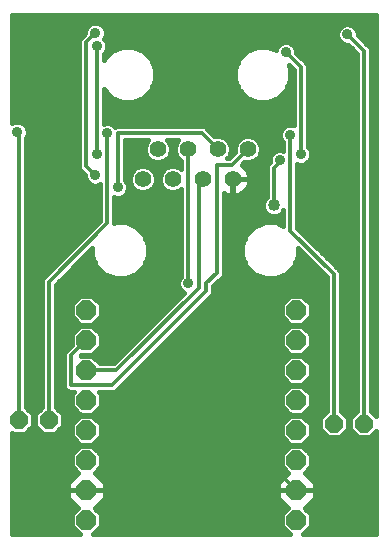
<source format=gbl>
G75*
%MOIN*%
%OFA0B0*%
%FSLAX24Y24*%
%IPPOS*%
%LPD*%
%AMOC8*
5,1,8,0,0,1.08239X$1,22.5*
%
%ADD10C,0.0554*%
%ADD11OC8,0.0594*%
%ADD12OC8,0.0660*%
%ADD13C,0.0160*%
%ADD14C,0.0140*%
%ADD15C,0.0360*%
%ADD16C,0.0400*%
D10*
X004816Y013000D03*
X005816Y013000D03*
X006816Y013000D03*
X007816Y013000D03*
X008316Y014000D03*
X007316Y014000D03*
X006316Y014000D03*
X005316Y014000D03*
D11*
X001691Y004975D03*
X000691Y004975D03*
X011191Y004850D03*
X012191Y004850D03*
D12*
X009941Y004625D03*
X009941Y003625D03*
X009941Y002625D03*
X009941Y001625D03*
X002941Y001625D03*
X002941Y002625D03*
X002941Y003625D03*
X002941Y004625D03*
X002941Y005625D03*
X002941Y006625D03*
X002941Y007625D03*
X002941Y008625D03*
X009941Y008625D03*
X009941Y007625D03*
X009941Y006625D03*
X009941Y005625D03*
D13*
X000471Y004549D02*
X000471Y001155D01*
X002718Y001155D01*
X002451Y001422D01*
X002451Y001828D01*
X002663Y002040D01*
X002331Y002372D01*
X002331Y002625D01*
X002941Y002625D01*
X003551Y002625D01*
X003551Y002878D01*
X003219Y003210D01*
X003431Y003422D01*
X003431Y003828D01*
X003144Y004115D01*
X002738Y004115D01*
X002451Y003828D01*
X002451Y003422D01*
X002663Y003210D01*
X002331Y002878D01*
X002331Y002625D01*
X002941Y002625D01*
X002941Y002625D01*
X003551Y002625D01*
X003551Y002372D01*
X003219Y002040D01*
X003431Y001828D01*
X003431Y001422D01*
X003164Y001155D01*
X009718Y001155D01*
X009451Y001422D01*
X009451Y001828D01*
X009663Y002040D01*
X009331Y002372D01*
X009331Y002625D01*
X009941Y002625D01*
X010551Y002625D01*
X010551Y002878D01*
X010219Y003210D01*
X010431Y003422D01*
X010431Y003828D01*
X010144Y004115D01*
X009738Y004115D01*
X009451Y003828D01*
X009451Y003422D01*
X009663Y003210D01*
X009331Y002878D01*
X009331Y002625D01*
X009941Y002625D01*
X009941Y002625D01*
X010551Y002625D01*
X010551Y002372D01*
X010219Y002040D01*
X010431Y001828D01*
X010431Y001422D01*
X010164Y001155D01*
X012597Y001155D01*
X012597Y004610D01*
X012380Y004393D01*
X012002Y004393D01*
X011734Y004661D01*
X011734Y005039D01*
X011961Y005266D01*
X011961Y017180D01*
X011656Y017485D01*
X011573Y017485D01*
X011448Y017537D01*
X011353Y017632D01*
X011301Y017757D01*
X011301Y017893D01*
X011353Y018018D01*
X011448Y018113D01*
X011573Y018165D01*
X011708Y018165D01*
X011833Y018113D01*
X011929Y018018D01*
X011981Y017893D01*
X011981Y017810D01*
X012286Y017505D01*
X012421Y017370D01*
X012421Y005266D01*
X012597Y005090D01*
X012597Y018456D01*
X000471Y018456D01*
X000471Y014873D01*
X000573Y014915D01*
X000708Y014915D01*
X000833Y014863D01*
X000929Y014768D01*
X000981Y014643D01*
X000981Y014507D01*
X000929Y014382D01*
X000921Y014374D01*
X000921Y005391D01*
X001148Y005164D01*
X001148Y004786D01*
X000880Y004518D01*
X000502Y004518D01*
X000471Y004549D01*
X000471Y004521D02*
X000499Y004521D01*
X000471Y004362D02*
X002511Y004362D01*
X002451Y004422D02*
X002738Y004135D01*
X003144Y004135D01*
X003431Y004422D01*
X003431Y004828D01*
X003144Y005115D01*
X002738Y005115D01*
X002451Y004828D01*
X002451Y004422D01*
X002451Y004521D02*
X001882Y004521D01*
X001880Y004518D02*
X002148Y004786D01*
X002148Y005164D01*
X001921Y005391D01*
X001921Y009480D01*
X003136Y010695D01*
X003136Y010440D01*
X003277Y010098D01*
X003539Y009837D01*
X003881Y009695D01*
X004251Y009695D01*
X004593Y009837D01*
X004854Y010098D01*
X004996Y010440D01*
X004996Y010810D01*
X004854Y011152D01*
X004593Y011413D01*
X004251Y011555D01*
X003881Y011555D01*
X003871Y011551D01*
X003871Y012407D01*
X003923Y012385D01*
X004058Y012385D01*
X004183Y012437D01*
X004279Y012532D01*
X004331Y012657D01*
X004331Y012793D01*
X004279Y012918D01*
X004221Y012976D01*
X004221Y014295D01*
X004993Y014295D01*
X004945Y014248D01*
X004879Y014087D01*
X004879Y013913D01*
X004945Y013752D01*
X005068Y013629D01*
X005229Y013563D01*
X005403Y013563D01*
X005563Y013629D01*
X005686Y013752D01*
X005753Y013913D01*
X005753Y014087D01*
X005686Y014248D01*
X005639Y014295D01*
X005993Y014295D01*
X005945Y014248D01*
X005879Y014087D01*
X005879Y013913D01*
X005945Y013752D01*
X006068Y013629D01*
X006111Y013612D01*
X006111Y013323D01*
X006063Y013371D01*
X005903Y013437D01*
X005729Y013437D01*
X005568Y013371D01*
X005445Y013248D01*
X005379Y013087D01*
X005379Y012913D01*
X005445Y012752D01*
X005568Y012629D01*
X005729Y012563D01*
X005903Y012563D01*
X006063Y012629D01*
X006111Y012677D01*
X006111Y009776D01*
X006053Y009718D01*
X006001Y009593D01*
X006001Y009457D01*
X006053Y009332D01*
X006148Y009237D01*
X006204Y009214D01*
X003846Y006855D01*
X003404Y006855D01*
X003144Y007115D01*
X002756Y007115D01*
X002776Y007135D01*
X003144Y007135D01*
X003431Y007422D01*
X003431Y007828D01*
X003144Y008115D01*
X002738Y008115D01*
X002451Y007828D01*
X002451Y007460D01*
X002211Y007220D01*
X002211Y006030D01*
X002346Y005895D01*
X002518Y005895D01*
X002451Y005828D01*
X002451Y005422D01*
X002738Y005135D01*
X003144Y005135D01*
X003431Y005422D01*
X003431Y005828D01*
X003364Y005895D01*
X003886Y005895D01*
X004021Y006030D01*
X007171Y009180D01*
X007171Y009430D01*
X007521Y009780D01*
X007521Y012526D01*
X007524Y012523D01*
X007602Y012484D01*
X007685Y012457D01*
X007772Y012443D01*
X007807Y012443D01*
X007807Y012991D01*
X007824Y012991D01*
X007824Y012443D01*
X007860Y012443D01*
X007946Y012457D01*
X008030Y012484D01*
X008108Y012523D01*
X008179Y012575D01*
X008241Y012637D01*
X008292Y012708D01*
X008332Y012786D01*
X008359Y012870D01*
X008373Y012956D01*
X008373Y012991D01*
X007824Y012991D01*
X007824Y013009D01*
X008373Y013009D01*
X008373Y013044D01*
X008359Y013130D01*
X008332Y013214D01*
X008292Y013292D01*
X008241Y013363D01*
X008179Y013425D01*
X008113Y013472D01*
X008211Y013570D01*
X008229Y013563D01*
X008403Y013563D01*
X008563Y013629D01*
X008686Y013752D01*
X008753Y013913D01*
X008753Y014087D01*
X008686Y014248D01*
X008563Y014371D01*
X008403Y014437D01*
X008229Y014437D01*
X008068Y014371D01*
X007945Y014248D01*
X007879Y014087D01*
X007879Y013913D01*
X007886Y013895D01*
X007696Y013705D01*
X007639Y013705D01*
X007686Y013752D01*
X007753Y013913D01*
X007753Y014087D01*
X007686Y014248D01*
X007563Y014371D01*
X007403Y014437D01*
X007229Y014437D01*
X007211Y014430D01*
X007021Y014620D01*
X006886Y014755D01*
X003896Y014755D01*
X003894Y014753D01*
X003833Y014813D01*
X003708Y014865D01*
X003573Y014865D01*
X003521Y014843D01*
X003521Y016015D01*
X003536Y015979D01*
X003795Y015720D01*
X004133Y015580D01*
X004499Y015580D01*
X004837Y015720D01*
X005096Y015979D01*
X005236Y016317D01*
X005236Y016683D01*
X005096Y017021D01*
X004837Y017280D01*
X004499Y017420D01*
X004133Y017420D01*
X003795Y017280D01*
X003536Y017021D01*
X003521Y016985D01*
X003521Y017174D01*
X003579Y017232D01*
X003631Y017357D01*
X003631Y017493D01*
X003579Y017618D01*
X003522Y017675D01*
X003529Y017682D01*
X003581Y017807D01*
X003581Y017943D01*
X003529Y018068D01*
X003433Y018163D01*
X003308Y018215D01*
X003173Y018215D01*
X003048Y018163D01*
X002953Y018068D01*
X002901Y017943D01*
X002901Y017860D01*
X002846Y017805D01*
X002711Y017670D01*
X002711Y013330D01*
X002901Y013140D01*
X002901Y013057D01*
X002953Y012932D01*
X003048Y012837D01*
X003173Y012785D01*
X003308Y012785D01*
X003411Y012827D01*
X003411Y011620D01*
X001596Y009805D01*
X001461Y009670D01*
X001461Y005391D01*
X001234Y005164D01*
X001234Y004786D01*
X001502Y004518D01*
X001880Y004518D01*
X002041Y004679D02*
X002451Y004679D01*
X002460Y004838D02*
X002148Y004838D01*
X002148Y004996D02*
X002619Y004996D01*
X002718Y005155D02*
X002148Y005155D01*
X001999Y005313D02*
X002560Y005313D01*
X002451Y005472D02*
X001921Y005472D01*
X001921Y005630D02*
X002451Y005630D01*
X002451Y005789D02*
X001921Y005789D01*
X001921Y005947D02*
X002294Y005947D01*
X002211Y006106D02*
X001921Y006106D01*
X001921Y006264D02*
X002211Y006264D01*
X002211Y006423D02*
X001921Y006423D01*
X001921Y006581D02*
X002211Y006581D01*
X002211Y006740D02*
X001921Y006740D01*
X001921Y006898D02*
X002211Y006898D01*
X002211Y007057D02*
X001921Y007057D01*
X001921Y007215D02*
X002211Y007215D01*
X002364Y007374D02*
X001921Y007374D01*
X001921Y007532D02*
X002451Y007532D01*
X002451Y007691D02*
X001921Y007691D01*
X001921Y007849D02*
X002472Y007849D01*
X002630Y008008D02*
X001921Y008008D01*
X001921Y008166D02*
X002707Y008166D01*
X002738Y008135D02*
X003144Y008135D01*
X003431Y008422D01*
X003431Y008828D01*
X003144Y009115D01*
X002738Y009115D01*
X002451Y008828D01*
X002451Y008422D01*
X002738Y008135D01*
X002548Y008325D02*
X001921Y008325D01*
X001921Y008483D02*
X002451Y008483D01*
X002451Y008642D02*
X001921Y008642D01*
X001921Y008800D02*
X002451Y008800D01*
X002581Y008959D02*
X001921Y008959D01*
X001921Y009117D02*
X006108Y009117D01*
X006109Y009276D02*
X001921Y009276D01*
X001921Y009434D02*
X006010Y009434D01*
X006001Y009593D02*
X002034Y009593D01*
X002192Y009751D02*
X003746Y009751D01*
X003466Y009910D02*
X002351Y009910D01*
X002509Y010068D02*
X003308Y010068D01*
X003224Y010227D02*
X002668Y010227D01*
X002826Y010385D02*
X003159Y010385D01*
X003136Y010544D02*
X002985Y010544D01*
X002651Y010861D02*
X000921Y010861D01*
X000921Y011019D02*
X002810Y011019D01*
X002968Y011178D02*
X000921Y011178D01*
X000921Y011336D02*
X003127Y011336D01*
X003285Y011495D02*
X000921Y011495D01*
X000921Y011653D02*
X003411Y011653D01*
X003411Y011812D02*
X000921Y011812D01*
X000921Y011970D02*
X003411Y011970D01*
X003411Y012129D02*
X000921Y012129D01*
X000921Y012287D02*
X003411Y012287D01*
X003411Y012446D02*
X000921Y012446D01*
X000921Y012604D02*
X003411Y012604D01*
X003411Y012763D02*
X000921Y012763D01*
X000921Y012921D02*
X002964Y012921D01*
X002901Y013080D02*
X000921Y013080D01*
X000921Y013238D02*
X002802Y013238D01*
X002711Y013397D02*
X000921Y013397D01*
X000921Y013555D02*
X002711Y013555D01*
X002711Y013714D02*
X000921Y013714D01*
X000921Y013872D02*
X002711Y013872D01*
X002711Y014031D02*
X000921Y014031D01*
X000921Y014189D02*
X002711Y014189D01*
X002711Y014348D02*
X000921Y014348D01*
X000980Y014506D02*
X002711Y014506D01*
X002711Y014665D02*
X000972Y014665D01*
X000874Y014823D02*
X002711Y014823D01*
X002711Y014982D02*
X000471Y014982D01*
X000471Y015140D02*
X002711Y015140D01*
X002711Y015299D02*
X000471Y015299D01*
X000471Y015457D02*
X002711Y015457D01*
X002711Y015616D02*
X000471Y015616D01*
X000471Y015774D02*
X002711Y015774D01*
X002711Y015933D02*
X000471Y015933D01*
X000471Y016091D02*
X002711Y016091D01*
X002711Y016250D02*
X000471Y016250D01*
X000471Y016408D02*
X002711Y016408D01*
X002711Y016567D02*
X000471Y016567D01*
X000471Y016725D02*
X002711Y016725D01*
X002711Y016884D02*
X000471Y016884D01*
X000471Y017042D02*
X002711Y017042D01*
X002711Y017201D02*
X000471Y017201D01*
X000471Y017359D02*
X002711Y017359D01*
X002711Y017518D02*
X000471Y017518D01*
X000471Y017676D02*
X002717Y017676D01*
X002875Y017835D02*
X000471Y017835D01*
X000471Y017993D02*
X002922Y017993D01*
X003036Y018152D02*
X000471Y018152D01*
X000471Y018310D02*
X012597Y018310D01*
X012597Y018152D02*
X011741Y018152D01*
X011541Y018152D02*
X003445Y018152D01*
X003560Y017993D02*
X011342Y017993D01*
X011301Y017835D02*
X003581Y017835D01*
X003523Y017676D02*
X011334Y017676D01*
X011495Y017518D02*
X009773Y017518D01*
X009783Y017513D02*
X009658Y017565D01*
X009523Y017565D01*
X009398Y017513D01*
X009303Y017418D01*
X009259Y017312D01*
X008999Y017420D01*
X008633Y017420D01*
X008295Y017280D01*
X008036Y017021D01*
X007896Y016683D01*
X007896Y016317D01*
X008036Y015979D01*
X008295Y015720D01*
X008633Y015580D01*
X008999Y015580D01*
X009337Y015720D01*
X009596Y015979D01*
X009736Y016317D01*
X009736Y016683D01*
X009685Y016805D01*
X009861Y016630D01*
X009861Y014793D01*
X009808Y014815D01*
X009673Y014815D01*
X009548Y014763D01*
X009453Y014668D01*
X009401Y014543D01*
X009401Y014407D01*
X009453Y014282D01*
X009511Y014224D01*
X009511Y013943D01*
X009458Y013965D01*
X009323Y013965D01*
X009198Y013913D01*
X009103Y013818D01*
X009051Y013693D01*
X009051Y013560D01*
X008961Y013470D01*
X008961Y012404D01*
X008886Y012329D01*
X008831Y012197D01*
X008831Y012053D01*
X008886Y011921D01*
X008987Y011820D01*
X009119Y011765D01*
X009262Y011765D01*
X009395Y011820D01*
X009496Y011921D01*
X009511Y011957D01*
X009511Y011447D01*
X009251Y011555D01*
X008881Y011555D01*
X008539Y011413D01*
X008277Y011152D01*
X008136Y010810D01*
X008136Y010440D01*
X008277Y010098D01*
X008539Y009837D01*
X008881Y009695D01*
X009251Y009695D01*
X009593Y009837D01*
X009854Y010098D01*
X009996Y010440D01*
X009996Y010695D01*
X010961Y009730D01*
X010961Y005266D01*
X010734Y005039D01*
X010734Y004661D01*
X011002Y004393D01*
X011380Y004393D01*
X011648Y004661D01*
X011648Y005039D01*
X011421Y005266D01*
X011421Y009920D01*
X011286Y010055D01*
X009971Y011370D01*
X009971Y013507D01*
X010023Y013485D01*
X010158Y013485D01*
X010283Y013537D01*
X010379Y013632D01*
X010431Y013757D01*
X010431Y013893D01*
X010379Y014018D01*
X010321Y014076D01*
X010321Y016820D01*
X010186Y016955D01*
X009931Y017210D01*
X009931Y017293D01*
X009879Y017418D01*
X009783Y017513D01*
X009903Y017359D02*
X011781Y017359D01*
X011940Y017201D02*
X009941Y017201D01*
X010099Y017042D02*
X011961Y017042D01*
X011961Y016884D02*
X010258Y016884D01*
X010321Y016725D02*
X011961Y016725D01*
X011961Y016567D02*
X010321Y016567D01*
X010321Y016408D02*
X011961Y016408D01*
X011961Y016250D02*
X010321Y016250D01*
X010321Y016091D02*
X011961Y016091D01*
X011961Y015933D02*
X010321Y015933D01*
X010321Y015774D02*
X011961Y015774D01*
X011961Y015616D02*
X010321Y015616D01*
X010321Y015457D02*
X011961Y015457D01*
X011961Y015299D02*
X010321Y015299D01*
X010321Y015140D02*
X011961Y015140D01*
X011961Y014982D02*
X010321Y014982D01*
X010321Y014823D02*
X011961Y014823D01*
X011961Y014665D02*
X010321Y014665D01*
X010321Y014506D02*
X011961Y014506D01*
X011961Y014348D02*
X010321Y014348D01*
X010321Y014189D02*
X011961Y014189D01*
X011961Y014031D02*
X010366Y014031D01*
X010431Y013872D02*
X011961Y013872D01*
X011961Y013714D02*
X010413Y013714D01*
X010302Y013555D02*
X011961Y013555D01*
X011961Y013397D02*
X009971Y013397D01*
X009971Y013238D02*
X011961Y013238D01*
X011961Y013080D02*
X009971Y013080D01*
X009971Y012921D02*
X011961Y012921D01*
X011961Y012763D02*
X009971Y012763D01*
X009971Y012604D02*
X011961Y012604D01*
X011961Y012446D02*
X009971Y012446D01*
X009971Y012287D02*
X011961Y012287D01*
X011961Y012129D02*
X009971Y012129D01*
X009971Y011970D02*
X011961Y011970D01*
X011961Y011812D02*
X009971Y011812D01*
X009971Y011653D02*
X011961Y011653D01*
X011961Y011495D02*
X009971Y011495D01*
X010005Y011336D02*
X011961Y011336D01*
X011961Y011178D02*
X010164Y011178D01*
X010322Y011019D02*
X011961Y011019D01*
X011961Y010861D02*
X010481Y010861D01*
X010639Y010702D02*
X011961Y010702D01*
X011961Y010544D02*
X010798Y010544D01*
X010956Y010385D02*
X011961Y010385D01*
X011961Y010227D02*
X011115Y010227D01*
X011273Y010068D02*
X011961Y010068D01*
X011961Y009910D02*
X011421Y009910D01*
X011421Y009751D02*
X011961Y009751D01*
X011961Y009593D02*
X011421Y009593D01*
X011421Y009434D02*
X011961Y009434D01*
X011961Y009276D02*
X011421Y009276D01*
X011421Y009117D02*
X011961Y009117D01*
X011961Y008959D02*
X011421Y008959D01*
X011421Y008800D02*
X011961Y008800D01*
X011961Y008642D02*
X011421Y008642D01*
X011421Y008483D02*
X011961Y008483D01*
X011961Y008325D02*
X011421Y008325D01*
X011421Y008166D02*
X011961Y008166D01*
X011961Y008008D02*
X011421Y008008D01*
X011421Y007849D02*
X011961Y007849D01*
X011961Y007691D02*
X011421Y007691D01*
X011421Y007532D02*
X011961Y007532D01*
X011961Y007374D02*
X011421Y007374D01*
X011421Y007215D02*
X011961Y007215D01*
X011961Y007057D02*
X011421Y007057D01*
X011421Y006898D02*
X011961Y006898D01*
X011961Y006740D02*
X011421Y006740D01*
X011421Y006581D02*
X011961Y006581D01*
X011961Y006423D02*
X011421Y006423D01*
X011421Y006264D02*
X011961Y006264D01*
X011961Y006106D02*
X011421Y006106D01*
X011421Y005947D02*
X011961Y005947D01*
X011961Y005789D02*
X011421Y005789D01*
X011421Y005630D02*
X011961Y005630D01*
X011961Y005472D02*
X011421Y005472D01*
X011421Y005313D02*
X011961Y005313D01*
X011849Y005155D02*
X011532Y005155D01*
X011648Y004996D02*
X011734Y004996D01*
X011734Y004838D02*
X011648Y004838D01*
X011648Y004679D02*
X011734Y004679D01*
X011874Y004521D02*
X011507Y004521D01*
X010874Y004521D02*
X010431Y004521D01*
X010431Y004422D02*
X010144Y004135D01*
X009738Y004135D01*
X009451Y004422D01*
X009451Y004828D01*
X009738Y005115D01*
X010144Y005115D01*
X010431Y004828D01*
X010431Y004422D01*
X010371Y004362D02*
X012597Y004362D01*
X012597Y004204D02*
X010212Y004204D01*
X010214Y004045D02*
X012597Y004045D01*
X012597Y003887D02*
X010372Y003887D01*
X010431Y003728D02*
X012597Y003728D01*
X012597Y003570D02*
X010431Y003570D01*
X010420Y003411D02*
X012597Y003411D01*
X012597Y003253D02*
X010261Y003253D01*
X010334Y003094D02*
X012597Y003094D01*
X012597Y002936D02*
X010493Y002936D01*
X010551Y002777D02*
X012597Y002777D01*
X012597Y002619D02*
X010551Y002619D01*
X010551Y002460D02*
X012597Y002460D01*
X012597Y002302D02*
X010480Y002302D01*
X010321Y002143D02*
X012597Y002143D01*
X012597Y001985D02*
X010274Y001985D01*
X010431Y001826D02*
X012597Y001826D01*
X012597Y001668D02*
X010431Y001668D01*
X010431Y001509D02*
X012597Y001509D01*
X012597Y001351D02*
X010359Y001351D01*
X010201Y001192D02*
X012597Y001192D01*
X009941Y002625D02*
X009941Y002625D01*
X009331Y002619D02*
X003551Y002619D01*
X003551Y002777D02*
X009331Y002777D01*
X009389Y002936D02*
X003493Y002936D01*
X003334Y003094D02*
X009547Y003094D01*
X009620Y003253D02*
X003261Y003253D01*
X003420Y003411D02*
X009462Y003411D01*
X009451Y003570D02*
X003431Y003570D01*
X003431Y003728D02*
X009451Y003728D01*
X009509Y003887D02*
X003372Y003887D01*
X003214Y004045D02*
X009668Y004045D01*
X009669Y004204D02*
X003212Y004204D01*
X003371Y004362D02*
X009511Y004362D01*
X009451Y004521D02*
X003431Y004521D01*
X003431Y004679D02*
X009451Y004679D01*
X009460Y004838D02*
X003421Y004838D01*
X003263Y004996D02*
X009619Y004996D01*
X009738Y005135D02*
X010144Y005135D01*
X010431Y005422D01*
X010431Y005828D01*
X010144Y006115D01*
X009738Y006115D01*
X009451Y005828D01*
X009451Y005422D01*
X009738Y005135D01*
X009718Y005155D02*
X003163Y005155D01*
X003322Y005313D02*
X009560Y005313D01*
X009451Y005472D02*
X003431Y005472D01*
X003431Y005630D02*
X009451Y005630D01*
X009451Y005789D02*
X003431Y005789D01*
X003938Y005947D02*
X009570Y005947D01*
X009728Y006106D02*
X004097Y006106D01*
X004255Y006264D02*
X009609Y006264D01*
X009738Y006135D02*
X010144Y006135D01*
X010431Y006422D01*
X010431Y006828D01*
X010144Y007115D01*
X009738Y007115D01*
X009451Y006828D01*
X009451Y006422D01*
X009738Y006135D01*
X009451Y006423D02*
X004414Y006423D01*
X004572Y006581D02*
X009451Y006581D01*
X009451Y006740D02*
X004731Y006740D01*
X004889Y006898D02*
X009521Y006898D01*
X009679Y007057D02*
X005048Y007057D01*
X005206Y007215D02*
X009658Y007215D01*
X009738Y007135D02*
X010144Y007135D01*
X010431Y007422D01*
X010431Y007828D01*
X010144Y008115D01*
X009738Y008115D01*
X009451Y007828D01*
X009451Y007422D01*
X009738Y007135D01*
X009499Y007374D02*
X005365Y007374D01*
X005523Y007532D02*
X009451Y007532D01*
X009451Y007691D02*
X005682Y007691D01*
X005840Y007849D02*
X009472Y007849D01*
X009630Y008008D02*
X005999Y008008D01*
X006157Y008166D02*
X009707Y008166D01*
X009738Y008135D02*
X010144Y008135D01*
X010431Y008422D01*
X010431Y008828D01*
X010144Y009115D01*
X009738Y009115D01*
X009451Y008828D01*
X009451Y008422D01*
X009738Y008135D01*
X009548Y008325D02*
X006316Y008325D01*
X006474Y008483D02*
X009451Y008483D01*
X009451Y008642D02*
X006633Y008642D01*
X006791Y008800D02*
X009451Y008800D01*
X009581Y008959D02*
X006950Y008959D01*
X007108Y009117D02*
X010961Y009117D01*
X010961Y008959D02*
X010300Y008959D01*
X010431Y008800D02*
X010961Y008800D01*
X010961Y008642D02*
X010431Y008642D01*
X010431Y008483D02*
X010961Y008483D01*
X010961Y008325D02*
X010333Y008325D01*
X010175Y008166D02*
X010961Y008166D01*
X010961Y008008D02*
X010251Y008008D01*
X010410Y007849D02*
X010961Y007849D01*
X010961Y007691D02*
X010431Y007691D01*
X010431Y007532D02*
X010961Y007532D01*
X010961Y007374D02*
X010382Y007374D01*
X010224Y007215D02*
X010961Y007215D01*
X010961Y007057D02*
X010202Y007057D01*
X010361Y006898D02*
X010961Y006898D01*
X010961Y006740D02*
X010431Y006740D01*
X010431Y006581D02*
X010961Y006581D01*
X010961Y006423D02*
X010431Y006423D01*
X010273Y006264D02*
X010961Y006264D01*
X010961Y006106D02*
X010153Y006106D01*
X010312Y005947D02*
X010961Y005947D01*
X010961Y005789D02*
X010431Y005789D01*
X010431Y005630D02*
X010961Y005630D01*
X010961Y005472D02*
X010431Y005472D01*
X010322Y005313D02*
X010961Y005313D01*
X010849Y005155D02*
X010163Y005155D01*
X010263Y004996D02*
X010734Y004996D01*
X010734Y004838D02*
X010421Y004838D01*
X010431Y004679D02*
X010734Y004679D01*
X012507Y004521D02*
X012597Y004521D01*
X012597Y005155D02*
X012532Y005155D01*
X012597Y005313D02*
X012421Y005313D01*
X012421Y005472D02*
X012597Y005472D01*
X012597Y005630D02*
X012421Y005630D01*
X012421Y005789D02*
X012597Y005789D01*
X012597Y005947D02*
X012421Y005947D01*
X012421Y006106D02*
X012597Y006106D01*
X012597Y006264D02*
X012421Y006264D01*
X012421Y006423D02*
X012597Y006423D01*
X012597Y006581D02*
X012421Y006581D01*
X012421Y006740D02*
X012597Y006740D01*
X012597Y006898D02*
X012421Y006898D01*
X012421Y007057D02*
X012597Y007057D01*
X012597Y007215D02*
X012421Y007215D01*
X012421Y007374D02*
X012597Y007374D01*
X012597Y007532D02*
X012421Y007532D01*
X012421Y007691D02*
X012597Y007691D01*
X012597Y007849D02*
X012421Y007849D01*
X012421Y008008D02*
X012597Y008008D01*
X012597Y008166D02*
X012421Y008166D01*
X012421Y008325D02*
X012597Y008325D01*
X012597Y008483D02*
X012421Y008483D01*
X012421Y008642D02*
X012597Y008642D01*
X012597Y008800D02*
X012421Y008800D01*
X012421Y008959D02*
X012597Y008959D01*
X012597Y009117D02*
X012421Y009117D01*
X012421Y009276D02*
X012597Y009276D01*
X012597Y009434D02*
X012421Y009434D01*
X012421Y009593D02*
X012597Y009593D01*
X012597Y009751D02*
X012421Y009751D01*
X012421Y009910D02*
X012597Y009910D01*
X012597Y010068D02*
X012421Y010068D01*
X012421Y010227D02*
X012597Y010227D01*
X012597Y010385D02*
X012421Y010385D01*
X012421Y010544D02*
X012597Y010544D01*
X012597Y010702D02*
X012421Y010702D01*
X012421Y010861D02*
X012597Y010861D01*
X012597Y011019D02*
X012421Y011019D01*
X012421Y011178D02*
X012597Y011178D01*
X012597Y011336D02*
X012421Y011336D01*
X012421Y011495D02*
X012597Y011495D01*
X012597Y011653D02*
X012421Y011653D01*
X012421Y011812D02*
X012597Y011812D01*
X012597Y011970D02*
X012421Y011970D01*
X012421Y012129D02*
X012597Y012129D01*
X012597Y012287D02*
X012421Y012287D01*
X012421Y012446D02*
X012597Y012446D01*
X012597Y012604D02*
X012421Y012604D01*
X012421Y012763D02*
X012597Y012763D01*
X012597Y012921D02*
X012421Y012921D01*
X012421Y013080D02*
X012597Y013080D01*
X012597Y013238D02*
X012421Y013238D01*
X012421Y013397D02*
X012597Y013397D01*
X012597Y013555D02*
X012421Y013555D01*
X012421Y013714D02*
X012597Y013714D01*
X012597Y013872D02*
X012421Y013872D01*
X012421Y014031D02*
X012597Y014031D01*
X012597Y014189D02*
X012421Y014189D01*
X012421Y014348D02*
X012597Y014348D01*
X012597Y014506D02*
X012421Y014506D01*
X012421Y014665D02*
X012597Y014665D01*
X012597Y014823D02*
X012421Y014823D01*
X012421Y014982D02*
X012597Y014982D01*
X012597Y015140D02*
X012421Y015140D01*
X012421Y015299D02*
X012597Y015299D01*
X012597Y015457D02*
X012421Y015457D01*
X012421Y015616D02*
X012597Y015616D01*
X012597Y015774D02*
X012421Y015774D01*
X012421Y015933D02*
X012597Y015933D01*
X012597Y016091D02*
X012421Y016091D01*
X012421Y016250D02*
X012597Y016250D01*
X012597Y016408D02*
X012421Y016408D01*
X012421Y016567D02*
X012597Y016567D01*
X012597Y016725D02*
X012421Y016725D01*
X012421Y016884D02*
X012597Y016884D01*
X012597Y017042D02*
X012421Y017042D01*
X012421Y017201D02*
X012597Y017201D01*
X012597Y017359D02*
X012421Y017359D01*
X012274Y017518D02*
X012597Y017518D01*
X012597Y017676D02*
X012115Y017676D01*
X011981Y017835D02*
X012597Y017835D01*
X012597Y017993D02*
X011939Y017993D01*
X009765Y016725D02*
X009718Y016725D01*
X009736Y016567D02*
X009861Y016567D01*
X009861Y016408D02*
X009736Y016408D01*
X009708Y016250D02*
X009861Y016250D01*
X009861Y016091D02*
X009642Y016091D01*
X009549Y015933D02*
X009861Y015933D01*
X009861Y015774D02*
X009391Y015774D01*
X009085Y015616D02*
X009861Y015616D01*
X009861Y015457D02*
X003521Y015457D01*
X003521Y015299D02*
X009861Y015299D01*
X009861Y015140D02*
X003521Y015140D01*
X003521Y014982D02*
X009861Y014982D01*
X009861Y014823D02*
X003810Y014823D01*
X004221Y014189D02*
X004921Y014189D01*
X004879Y014031D02*
X004221Y014031D01*
X004221Y013872D02*
X004896Y013872D01*
X004984Y013714D02*
X004221Y013714D01*
X004221Y013555D02*
X006111Y013555D01*
X006111Y013397D02*
X006001Y013397D01*
X005984Y013714D02*
X005648Y013714D01*
X005736Y013872D02*
X005896Y013872D01*
X005879Y014031D02*
X005753Y014031D01*
X005711Y014189D02*
X005921Y014189D01*
X006977Y014665D02*
X009451Y014665D01*
X009401Y014506D02*
X007135Y014506D01*
X007587Y014348D02*
X008045Y014348D01*
X007921Y014189D02*
X007711Y014189D01*
X007753Y014031D02*
X007879Y014031D01*
X007863Y013872D02*
X007736Y013872D01*
X007704Y013714D02*
X007648Y013714D01*
X008196Y013555D02*
X009046Y013555D01*
X009059Y013714D02*
X008648Y013714D01*
X008736Y013872D02*
X009157Y013872D01*
X009511Y014031D02*
X008753Y014031D01*
X008711Y014189D02*
X009511Y014189D01*
X009426Y014348D02*
X008587Y014348D01*
X008961Y013397D02*
X008207Y013397D01*
X008320Y013238D02*
X008961Y013238D01*
X008961Y013080D02*
X008367Y013080D01*
X008367Y012921D02*
X008961Y012921D01*
X008961Y012763D02*
X008320Y012763D01*
X008208Y012604D02*
X008961Y012604D01*
X008961Y012446D02*
X007877Y012446D01*
X007824Y012446D02*
X007807Y012446D01*
X007755Y012446D02*
X007521Y012446D01*
X007521Y012287D02*
X008868Y012287D01*
X008831Y012129D02*
X007521Y012129D01*
X007521Y011970D02*
X008865Y011970D01*
X009007Y011812D02*
X007521Y011812D01*
X007521Y011653D02*
X009511Y011653D01*
X009511Y011495D02*
X009397Y011495D01*
X009375Y011812D02*
X009511Y011812D01*
X008735Y011495D02*
X007521Y011495D01*
X007521Y011336D02*
X008462Y011336D01*
X008303Y011178D02*
X007521Y011178D01*
X007521Y011019D02*
X008222Y011019D01*
X008157Y010861D02*
X007521Y010861D01*
X007521Y010702D02*
X008136Y010702D01*
X008136Y010544D02*
X007521Y010544D01*
X007521Y010385D02*
X008159Y010385D01*
X008224Y010227D02*
X007521Y010227D01*
X007521Y010068D02*
X008308Y010068D01*
X008466Y009910D02*
X007521Y009910D01*
X007492Y009751D02*
X008746Y009751D01*
X009386Y009751D02*
X010940Y009751D01*
X010961Y009593D02*
X007334Y009593D01*
X007175Y009434D02*
X010961Y009434D01*
X010961Y009276D02*
X007171Y009276D01*
X006086Y009751D02*
X004386Y009751D01*
X004666Y009910D02*
X006111Y009910D01*
X006111Y010068D02*
X004824Y010068D01*
X004907Y010227D02*
X006111Y010227D01*
X006111Y010385D02*
X004973Y010385D01*
X004996Y010544D02*
X006111Y010544D01*
X006111Y010702D02*
X004996Y010702D01*
X004975Y010861D02*
X006111Y010861D01*
X006111Y011019D02*
X004909Y011019D01*
X004828Y011178D02*
X006111Y011178D01*
X006111Y011336D02*
X004670Y011336D01*
X004397Y011495D02*
X006111Y011495D01*
X006111Y011653D02*
X003871Y011653D01*
X003871Y011812D02*
X006111Y011812D01*
X006111Y011970D02*
X003871Y011970D01*
X003871Y012129D02*
X006111Y012129D01*
X006111Y012287D02*
X003871Y012287D01*
X004192Y012446D02*
X006111Y012446D01*
X006111Y012604D02*
X006002Y012604D01*
X005629Y012604D02*
X005002Y012604D01*
X005063Y012629D02*
X005186Y012752D01*
X005253Y012913D01*
X005253Y013087D01*
X005186Y013248D01*
X005063Y013371D01*
X004903Y013437D01*
X004729Y013437D01*
X004568Y013371D01*
X004445Y013248D01*
X004379Y013087D01*
X004379Y012913D01*
X004445Y012752D01*
X004568Y012629D01*
X004729Y012563D01*
X004903Y012563D01*
X005063Y012629D01*
X005191Y012763D02*
X005441Y012763D01*
X005379Y012921D02*
X005253Y012921D01*
X005253Y013080D02*
X005379Y013080D01*
X005441Y013238D02*
X005190Y013238D01*
X005001Y013397D02*
X005631Y013397D01*
X004631Y013397D02*
X004221Y013397D01*
X004221Y013238D02*
X004441Y013238D01*
X004379Y013080D02*
X004221Y013080D01*
X004276Y012921D02*
X004379Y012921D01*
X004331Y012763D02*
X004441Y012763D01*
X004309Y012604D02*
X004629Y012604D01*
X007807Y012604D02*
X007824Y012604D01*
X007807Y012763D02*
X007824Y012763D01*
X007807Y012921D02*
X007824Y012921D01*
X009996Y010544D02*
X010147Y010544D01*
X010306Y010385D02*
X009973Y010385D01*
X009907Y010227D02*
X010464Y010227D01*
X010623Y010068D02*
X009824Y010068D01*
X009666Y009910D02*
X010781Y009910D01*
X005949Y008959D02*
X003300Y008959D01*
X003431Y008800D02*
X005791Y008800D01*
X005632Y008642D02*
X003431Y008642D01*
X003431Y008483D02*
X005474Y008483D01*
X005315Y008325D02*
X003333Y008325D01*
X003175Y008166D02*
X005157Y008166D01*
X004998Y008008D02*
X003251Y008008D01*
X003410Y007849D02*
X004840Y007849D01*
X004681Y007691D02*
X003431Y007691D01*
X003431Y007532D02*
X004523Y007532D01*
X004364Y007374D02*
X003382Y007374D01*
X003224Y007215D02*
X004206Y007215D01*
X004047Y007057D02*
X003202Y007057D01*
X003361Y006898D02*
X003889Y006898D01*
X001461Y006898D02*
X000921Y006898D01*
X000921Y006740D02*
X001461Y006740D01*
X001461Y006581D02*
X000921Y006581D01*
X000921Y006423D02*
X001461Y006423D01*
X001461Y006264D02*
X000921Y006264D01*
X000921Y006106D02*
X001461Y006106D01*
X001461Y005947D02*
X000921Y005947D01*
X000921Y005789D02*
X001461Y005789D01*
X001461Y005630D02*
X000921Y005630D01*
X000921Y005472D02*
X001461Y005472D01*
X001383Y005313D02*
X000999Y005313D01*
X001148Y005155D02*
X001234Y005155D01*
X001234Y004996D02*
X001148Y004996D01*
X001148Y004838D02*
X001234Y004838D01*
X001341Y004679D02*
X001041Y004679D01*
X000882Y004521D02*
X001499Y004521D01*
X000471Y004204D02*
X002669Y004204D01*
X002668Y004045D02*
X000471Y004045D01*
X000471Y003887D02*
X002509Y003887D01*
X002451Y003728D02*
X000471Y003728D01*
X000471Y003570D02*
X002451Y003570D01*
X002462Y003411D02*
X000471Y003411D01*
X000471Y003253D02*
X002620Y003253D01*
X002547Y003094D02*
X000471Y003094D01*
X000471Y002936D02*
X002389Y002936D01*
X002331Y002777D02*
X000471Y002777D01*
X000471Y002619D02*
X002331Y002619D01*
X002331Y002460D02*
X000471Y002460D01*
X000471Y002302D02*
X002402Y002302D01*
X002560Y002143D02*
X000471Y002143D01*
X000471Y001985D02*
X002607Y001985D01*
X002451Y001826D02*
X000471Y001826D01*
X000471Y001668D02*
X002451Y001668D01*
X002451Y001509D02*
X000471Y001509D01*
X000471Y001351D02*
X002522Y001351D01*
X002681Y001192D02*
X000471Y001192D01*
X003201Y001192D02*
X009681Y001192D01*
X009522Y001351D02*
X003359Y001351D01*
X003431Y001509D02*
X009451Y001509D01*
X009451Y001668D02*
X003431Y001668D01*
X003431Y001826D02*
X009451Y001826D01*
X009607Y001985D02*
X003274Y001985D01*
X003321Y002143D02*
X009560Y002143D01*
X009402Y002302D02*
X003480Y002302D01*
X003551Y002460D02*
X009331Y002460D01*
X002941Y002625D02*
X002941Y002625D01*
X001461Y007057D02*
X000921Y007057D01*
X000921Y007215D02*
X001461Y007215D01*
X001461Y007374D02*
X000921Y007374D01*
X000921Y007532D02*
X001461Y007532D01*
X001461Y007691D02*
X000921Y007691D01*
X000921Y007849D02*
X001461Y007849D01*
X001461Y008008D02*
X000921Y008008D01*
X000921Y008166D02*
X001461Y008166D01*
X001461Y008325D02*
X000921Y008325D01*
X000921Y008483D02*
X001461Y008483D01*
X001461Y008642D02*
X000921Y008642D01*
X000921Y008800D02*
X001461Y008800D01*
X001461Y008959D02*
X000921Y008959D01*
X000921Y009117D02*
X001461Y009117D01*
X001461Y009276D02*
X000921Y009276D01*
X000921Y009434D02*
X001461Y009434D01*
X001461Y009593D02*
X000921Y009593D01*
X000921Y009751D02*
X001542Y009751D01*
X001700Y009910D02*
X000921Y009910D01*
X000921Y010068D02*
X001859Y010068D01*
X002017Y010227D02*
X000921Y010227D01*
X000921Y010385D02*
X002176Y010385D01*
X002334Y010544D02*
X000921Y010544D01*
X000921Y010702D02*
X002493Y010702D01*
X003521Y015616D02*
X004047Y015616D01*
X003741Y015774D02*
X003521Y015774D01*
X003521Y015933D02*
X003582Y015933D01*
X004585Y015616D02*
X008547Y015616D01*
X008241Y015774D02*
X004891Y015774D01*
X005049Y015933D02*
X008082Y015933D01*
X007989Y016091D02*
X005142Y016091D01*
X005208Y016250D02*
X007924Y016250D01*
X007896Y016408D02*
X005236Y016408D01*
X005236Y016567D02*
X007896Y016567D01*
X007913Y016725D02*
X005218Y016725D01*
X005153Y016884D02*
X007979Y016884D01*
X008057Y017042D02*
X005075Y017042D01*
X004916Y017201D02*
X008215Y017201D01*
X008486Y017359D02*
X004646Y017359D01*
X003986Y017359D02*
X003631Y017359D01*
X003620Y017518D02*
X009409Y017518D01*
X009278Y017359D02*
X009146Y017359D01*
X003715Y017201D02*
X003547Y017201D01*
X003557Y017042D02*
X003521Y017042D01*
D14*
X003291Y017425D02*
X003291Y013825D01*
X002941Y013425D02*
X003241Y013125D01*
X002941Y013425D02*
X002941Y017575D01*
X003241Y017875D01*
X003641Y014525D02*
X003641Y011525D01*
X001691Y009575D01*
X001691Y004975D01*
X000691Y004975D02*
X000691Y014525D01*
X000641Y014575D01*
X003991Y014525D02*
X003991Y012725D01*
X006316Y014000D02*
X006341Y013975D01*
X006341Y009525D01*
X006691Y009375D02*
X003941Y006625D01*
X002941Y006625D01*
X002441Y007125D02*
X002441Y006125D01*
X003791Y006125D01*
X006941Y009275D01*
X006941Y009525D01*
X007291Y009875D01*
X007291Y013475D01*
X007791Y013475D01*
X008316Y014000D01*
X007316Y014000D02*
X006791Y014525D01*
X003991Y014525D01*
X006691Y012875D02*
X006816Y013000D01*
X006691Y012875D02*
X006691Y009375D01*
X007441Y009525D02*
X007441Y005125D01*
X009941Y002625D01*
X011191Y004850D02*
X011191Y009825D01*
X009741Y011275D01*
X009741Y014475D01*
X010091Y013825D02*
X010091Y016725D01*
X009591Y017225D01*
X011641Y017825D02*
X012191Y017275D01*
X012191Y004850D01*
X007441Y009525D02*
X007791Y009875D01*
X007791Y012975D01*
X007816Y013000D01*
X009191Y013375D02*
X009191Y012125D01*
X009191Y013375D02*
X009391Y013575D01*
X009391Y013625D01*
X002941Y007625D02*
X002441Y007125D01*
D15*
X006341Y009525D03*
X007441Y009525D03*
X003991Y012725D03*
X003241Y013125D03*
X003291Y013825D03*
X003641Y014525D03*
X000641Y014575D03*
X003291Y017425D03*
X003241Y017875D03*
X009591Y017225D03*
X011641Y017825D03*
X009741Y014475D03*
X010091Y013825D03*
X009391Y013625D03*
D16*
X009191Y012125D03*
M02*

</source>
